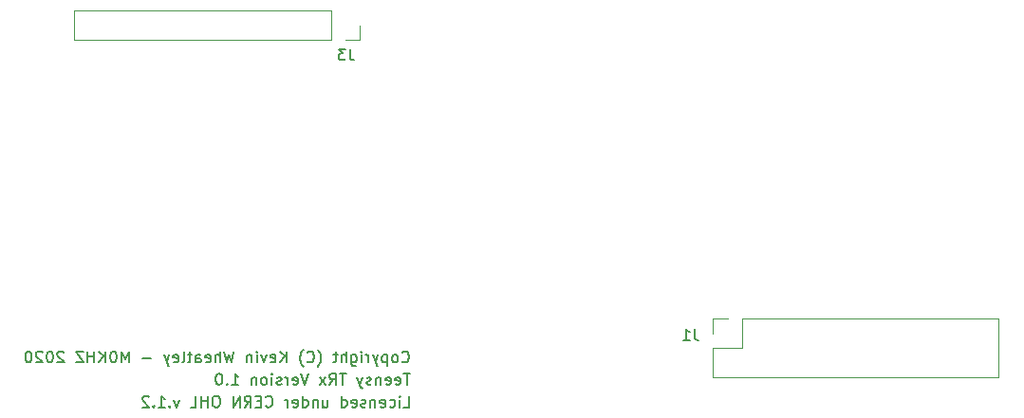
<source format=gbo>
G04 #@! TF.GenerationSoftware,KiCad,Pcbnew,(5.1.4-0)*
G04 #@! TF.CreationDate,2019-11-11T14:35:41+00:00*
G04 #@! TF.ProjectId,2M_DRA818V_Transceiver_tft_encoder,324d5f44-5241-4383-9138-565f5472616e,rev?*
G04 #@! TF.SameCoordinates,Original*
G04 #@! TF.FileFunction,Legend,Bot*
G04 #@! TF.FilePolarity,Positive*
%FSLAX46Y46*%
G04 Gerber Fmt 4.6, Leading zero omitted, Abs format (unit mm)*
G04 Created by KiCad (PCBNEW (5.1.4-0)) date 2019-11-11 14:35:41*
%MOMM*%
%LPD*%
G04 APERTURE LIST*
%ADD10C,0.150000*%
%ADD11C,0.120000*%
G04 APERTURE END LIST*
D10*
X85130952Y-148952380D02*
X85607142Y-148952380D01*
X85607142Y-147952380D01*
X84797619Y-148952380D02*
X84797619Y-148285714D01*
X84797619Y-147952380D02*
X84845238Y-148000000D01*
X84797619Y-148047619D01*
X84750000Y-148000000D01*
X84797619Y-147952380D01*
X84797619Y-148047619D01*
X83892857Y-148904761D02*
X83988095Y-148952380D01*
X84178571Y-148952380D01*
X84273809Y-148904761D01*
X84321428Y-148857142D01*
X84369047Y-148761904D01*
X84369047Y-148476190D01*
X84321428Y-148380952D01*
X84273809Y-148333333D01*
X84178571Y-148285714D01*
X83988095Y-148285714D01*
X83892857Y-148333333D01*
X83083333Y-148904761D02*
X83178571Y-148952380D01*
X83369047Y-148952380D01*
X83464285Y-148904761D01*
X83511904Y-148809523D01*
X83511904Y-148428571D01*
X83464285Y-148333333D01*
X83369047Y-148285714D01*
X83178571Y-148285714D01*
X83083333Y-148333333D01*
X83035714Y-148428571D01*
X83035714Y-148523809D01*
X83511904Y-148619047D01*
X82607142Y-148285714D02*
X82607142Y-148952380D01*
X82607142Y-148380952D02*
X82559523Y-148333333D01*
X82464285Y-148285714D01*
X82321428Y-148285714D01*
X82226190Y-148333333D01*
X82178571Y-148428571D01*
X82178571Y-148952380D01*
X81750000Y-148904761D02*
X81654761Y-148952380D01*
X81464285Y-148952380D01*
X81369047Y-148904761D01*
X81321428Y-148809523D01*
X81321428Y-148761904D01*
X81369047Y-148666666D01*
X81464285Y-148619047D01*
X81607142Y-148619047D01*
X81702380Y-148571428D01*
X81750000Y-148476190D01*
X81750000Y-148428571D01*
X81702380Y-148333333D01*
X81607142Y-148285714D01*
X81464285Y-148285714D01*
X81369047Y-148333333D01*
X80511904Y-148904761D02*
X80607142Y-148952380D01*
X80797619Y-148952380D01*
X80892857Y-148904761D01*
X80940476Y-148809523D01*
X80940476Y-148428571D01*
X80892857Y-148333333D01*
X80797619Y-148285714D01*
X80607142Y-148285714D01*
X80511904Y-148333333D01*
X80464285Y-148428571D01*
X80464285Y-148523809D01*
X80940476Y-148619047D01*
X79607142Y-148952380D02*
X79607142Y-147952380D01*
X79607142Y-148904761D02*
X79702380Y-148952380D01*
X79892857Y-148952380D01*
X79988095Y-148904761D01*
X80035714Y-148857142D01*
X80083333Y-148761904D01*
X80083333Y-148476190D01*
X80035714Y-148380952D01*
X79988095Y-148333333D01*
X79892857Y-148285714D01*
X79702380Y-148285714D01*
X79607142Y-148333333D01*
X77940476Y-148285714D02*
X77940476Y-148952380D01*
X78369047Y-148285714D02*
X78369047Y-148809523D01*
X78321428Y-148904761D01*
X78226190Y-148952380D01*
X78083333Y-148952380D01*
X77988095Y-148904761D01*
X77940476Y-148857142D01*
X77464285Y-148285714D02*
X77464285Y-148952380D01*
X77464285Y-148380952D02*
X77416666Y-148333333D01*
X77321428Y-148285714D01*
X77178571Y-148285714D01*
X77083333Y-148333333D01*
X77035714Y-148428571D01*
X77035714Y-148952380D01*
X76130952Y-148952380D02*
X76130952Y-147952380D01*
X76130952Y-148904761D02*
X76226190Y-148952380D01*
X76416666Y-148952380D01*
X76511904Y-148904761D01*
X76559523Y-148857142D01*
X76607142Y-148761904D01*
X76607142Y-148476190D01*
X76559523Y-148380952D01*
X76511904Y-148333333D01*
X76416666Y-148285714D01*
X76226190Y-148285714D01*
X76130952Y-148333333D01*
X75273809Y-148904761D02*
X75369047Y-148952380D01*
X75559523Y-148952380D01*
X75654761Y-148904761D01*
X75702380Y-148809523D01*
X75702380Y-148428571D01*
X75654761Y-148333333D01*
X75559523Y-148285714D01*
X75369047Y-148285714D01*
X75273809Y-148333333D01*
X75226190Y-148428571D01*
X75226190Y-148523809D01*
X75702380Y-148619047D01*
X74797619Y-148952380D02*
X74797619Y-148285714D01*
X74797619Y-148476190D02*
X74750000Y-148380952D01*
X74702380Y-148333333D01*
X74607142Y-148285714D01*
X74511904Y-148285714D01*
X72845238Y-148857142D02*
X72892857Y-148904761D01*
X73035714Y-148952380D01*
X73130952Y-148952380D01*
X73273809Y-148904761D01*
X73369047Y-148809523D01*
X73416666Y-148714285D01*
X73464285Y-148523809D01*
X73464285Y-148380952D01*
X73416666Y-148190476D01*
X73369047Y-148095238D01*
X73273809Y-148000000D01*
X73130952Y-147952380D01*
X73035714Y-147952380D01*
X72892857Y-148000000D01*
X72845238Y-148047619D01*
X72416666Y-148428571D02*
X72083333Y-148428571D01*
X71940476Y-148952380D02*
X72416666Y-148952380D01*
X72416666Y-147952380D01*
X71940476Y-147952380D01*
X70940476Y-148952380D02*
X71273809Y-148476190D01*
X71511904Y-148952380D02*
X71511904Y-147952380D01*
X71130952Y-147952380D01*
X71035714Y-148000000D01*
X70988095Y-148047619D01*
X70940476Y-148142857D01*
X70940476Y-148285714D01*
X70988095Y-148380952D01*
X71035714Y-148428571D01*
X71130952Y-148476190D01*
X71511904Y-148476190D01*
X70511904Y-148952380D02*
X70511904Y-147952380D01*
X69940476Y-148952380D01*
X69940476Y-147952380D01*
X68511904Y-147952380D02*
X68321428Y-147952380D01*
X68226190Y-148000000D01*
X68130952Y-148095238D01*
X68083333Y-148285714D01*
X68083333Y-148619047D01*
X68130952Y-148809523D01*
X68226190Y-148904761D01*
X68321428Y-148952380D01*
X68511904Y-148952380D01*
X68607142Y-148904761D01*
X68702380Y-148809523D01*
X68750000Y-148619047D01*
X68750000Y-148285714D01*
X68702380Y-148095238D01*
X68607142Y-148000000D01*
X68511904Y-147952380D01*
X67654761Y-148952380D02*
X67654761Y-147952380D01*
X67654761Y-148428571D02*
X67083333Y-148428571D01*
X67083333Y-148952380D02*
X67083333Y-147952380D01*
X66130952Y-148952380D02*
X66607142Y-148952380D01*
X66607142Y-147952380D01*
X65130952Y-148285714D02*
X64892857Y-148952380D01*
X64654761Y-148285714D01*
X64273809Y-148857142D02*
X64226190Y-148904761D01*
X64273809Y-148952380D01*
X64321428Y-148904761D01*
X64273809Y-148857142D01*
X64273809Y-148952380D01*
X63273809Y-148952380D02*
X63845238Y-148952380D01*
X63559523Y-148952380D02*
X63559523Y-147952380D01*
X63654761Y-148095238D01*
X63750000Y-148190476D01*
X63845238Y-148238095D01*
X62845238Y-148857142D02*
X62797619Y-148904761D01*
X62845238Y-148952380D01*
X62892857Y-148904761D01*
X62845238Y-148857142D01*
X62845238Y-148952380D01*
X62416666Y-148047619D02*
X62369047Y-148000000D01*
X62273809Y-147952380D01*
X62035714Y-147952380D01*
X61940476Y-148000000D01*
X61892857Y-148047619D01*
X61845238Y-148142857D01*
X61845238Y-148238095D01*
X61892857Y-148380952D01*
X62464285Y-148952380D01*
X61845238Y-148952380D01*
X85714285Y-145952380D02*
X85142857Y-145952380D01*
X85428571Y-146952380D02*
X85428571Y-145952380D01*
X84428571Y-146904761D02*
X84523809Y-146952380D01*
X84714285Y-146952380D01*
X84809523Y-146904761D01*
X84857142Y-146809523D01*
X84857142Y-146428571D01*
X84809523Y-146333333D01*
X84714285Y-146285714D01*
X84523809Y-146285714D01*
X84428571Y-146333333D01*
X84380952Y-146428571D01*
X84380952Y-146523809D01*
X84857142Y-146619047D01*
X83571428Y-146904761D02*
X83666666Y-146952380D01*
X83857142Y-146952380D01*
X83952380Y-146904761D01*
X84000000Y-146809523D01*
X84000000Y-146428571D01*
X83952380Y-146333333D01*
X83857142Y-146285714D01*
X83666666Y-146285714D01*
X83571428Y-146333333D01*
X83523809Y-146428571D01*
X83523809Y-146523809D01*
X84000000Y-146619047D01*
X83095238Y-146285714D02*
X83095238Y-146952380D01*
X83095238Y-146380952D02*
X83047619Y-146333333D01*
X82952380Y-146285714D01*
X82809523Y-146285714D01*
X82714285Y-146333333D01*
X82666666Y-146428571D01*
X82666666Y-146952380D01*
X82238095Y-146904761D02*
X82142857Y-146952380D01*
X81952380Y-146952380D01*
X81857142Y-146904761D01*
X81809523Y-146809523D01*
X81809523Y-146761904D01*
X81857142Y-146666666D01*
X81952380Y-146619047D01*
X82095238Y-146619047D01*
X82190476Y-146571428D01*
X82238095Y-146476190D01*
X82238095Y-146428571D01*
X82190476Y-146333333D01*
X82095238Y-146285714D01*
X81952380Y-146285714D01*
X81857142Y-146333333D01*
X81476190Y-146285714D02*
X81238095Y-146952380D01*
X81000000Y-146285714D02*
X81238095Y-146952380D01*
X81333333Y-147190476D01*
X81380952Y-147238095D01*
X81476190Y-147285714D01*
X80000000Y-145952380D02*
X79428571Y-145952380D01*
X79714285Y-146952380D02*
X79714285Y-145952380D01*
X78523809Y-146952380D02*
X78857142Y-146476190D01*
X79095238Y-146952380D02*
X79095238Y-145952380D01*
X78714285Y-145952380D01*
X78619047Y-146000000D01*
X78571428Y-146047619D01*
X78523809Y-146142857D01*
X78523809Y-146285714D01*
X78571428Y-146380952D01*
X78619047Y-146428571D01*
X78714285Y-146476190D01*
X79095238Y-146476190D01*
X78190476Y-146952380D02*
X77666666Y-146285714D01*
X78190476Y-146285714D02*
X77666666Y-146952380D01*
X76666666Y-145952380D02*
X76333333Y-146952380D01*
X76000000Y-145952380D01*
X75285714Y-146904761D02*
X75380952Y-146952380D01*
X75571428Y-146952380D01*
X75666666Y-146904761D01*
X75714285Y-146809523D01*
X75714285Y-146428571D01*
X75666666Y-146333333D01*
X75571428Y-146285714D01*
X75380952Y-146285714D01*
X75285714Y-146333333D01*
X75238095Y-146428571D01*
X75238095Y-146523809D01*
X75714285Y-146619047D01*
X74809523Y-146952380D02*
X74809523Y-146285714D01*
X74809523Y-146476190D02*
X74761904Y-146380952D01*
X74714285Y-146333333D01*
X74619047Y-146285714D01*
X74523809Y-146285714D01*
X74238095Y-146904761D02*
X74142857Y-146952380D01*
X73952380Y-146952380D01*
X73857142Y-146904761D01*
X73809523Y-146809523D01*
X73809523Y-146761904D01*
X73857142Y-146666666D01*
X73952380Y-146619047D01*
X74095238Y-146619047D01*
X74190476Y-146571428D01*
X74238095Y-146476190D01*
X74238095Y-146428571D01*
X74190476Y-146333333D01*
X74095238Y-146285714D01*
X73952380Y-146285714D01*
X73857142Y-146333333D01*
X73380952Y-146952380D02*
X73380952Y-146285714D01*
X73380952Y-145952380D02*
X73428571Y-146000000D01*
X73380952Y-146047619D01*
X73333333Y-146000000D01*
X73380952Y-145952380D01*
X73380952Y-146047619D01*
X72761904Y-146952380D02*
X72857142Y-146904761D01*
X72904761Y-146857142D01*
X72952380Y-146761904D01*
X72952380Y-146476190D01*
X72904761Y-146380952D01*
X72857142Y-146333333D01*
X72761904Y-146285714D01*
X72619047Y-146285714D01*
X72523809Y-146333333D01*
X72476190Y-146380952D01*
X72428571Y-146476190D01*
X72428571Y-146761904D01*
X72476190Y-146857142D01*
X72523809Y-146904761D01*
X72619047Y-146952380D01*
X72761904Y-146952380D01*
X72000000Y-146285714D02*
X72000000Y-146952380D01*
X72000000Y-146380952D02*
X71952380Y-146333333D01*
X71857142Y-146285714D01*
X71714285Y-146285714D01*
X71619047Y-146333333D01*
X71571428Y-146428571D01*
X71571428Y-146952380D01*
X69809523Y-146952380D02*
X70380952Y-146952380D01*
X70095238Y-146952380D02*
X70095238Y-145952380D01*
X70190476Y-146095238D01*
X70285714Y-146190476D01*
X70380952Y-146238095D01*
X69380952Y-146857142D02*
X69333333Y-146904761D01*
X69380952Y-146952380D01*
X69428571Y-146904761D01*
X69380952Y-146857142D01*
X69380952Y-146952380D01*
X68714285Y-145952380D02*
X68619047Y-145952380D01*
X68523809Y-146000000D01*
X68476190Y-146047619D01*
X68428571Y-146142857D01*
X68380952Y-146333333D01*
X68380952Y-146571428D01*
X68428571Y-146761904D01*
X68476190Y-146857142D01*
X68523809Y-146904761D01*
X68619047Y-146952380D01*
X68714285Y-146952380D01*
X68809523Y-146904761D01*
X68857142Y-146857142D01*
X68904761Y-146761904D01*
X68952380Y-146571428D01*
X68952380Y-146333333D01*
X68904761Y-146142857D01*
X68857142Y-146047619D01*
X68809523Y-146000000D01*
X68714285Y-145952380D01*
X85000000Y-144857142D02*
X85047619Y-144904761D01*
X85190476Y-144952380D01*
X85285714Y-144952380D01*
X85428571Y-144904761D01*
X85523809Y-144809523D01*
X85571428Y-144714285D01*
X85619047Y-144523809D01*
X85619047Y-144380952D01*
X85571428Y-144190476D01*
X85523809Y-144095238D01*
X85428571Y-144000000D01*
X85285714Y-143952380D01*
X85190476Y-143952380D01*
X85047619Y-144000000D01*
X85000000Y-144047619D01*
X84428571Y-144952380D02*
X84523809Y-144904761D01*
X84571428Y-144857142D01*
X84619047Y-144761904D01*
X84619047Y-144476190D01*
X84571428Y-144380952D01*
X84523809Y-144333333D01*
X84428571Y-144285714D01*
X84285714Y-144285714D01*
X84190476Y-144333333D01*
X84142857Y-144380952D01*
X84095238Y-144476190D01*
X84095238Y-144761904D01*
X84142857Y-144857142D01*
X84190476Y-144904761D01*
X84285714Y-144952380D01*
X84428571Y-144952380D01*
X83666666Y-144285714D02*
X83666666Y-145285714D01*
X83666666Y-144333333D02*
X83571428Y-144285714D01*
X83380952Y-144285714D01*
X83285714Y-144333333D01*
X83238095Y-144380952D01*
X83190476Y-144476190D01*
X83190476Y-144761904D01*
X83238095Y-144857142D01*
X83285714Y-144904761D01*
X83380952Y-144952380D01*
X83571428Y-144952380D01*
X83666666Y-144904761D01*
X82857142Y-144285714D02*
X82619047Y-144952380D01*
X82380952Y-144285714D02*
X82619047Y-144952380D01*
X82714285Y-145190476D01*
X82761904Y-145238095D01*
X82857142Y-145285714D01*
X82000000Y-144952380D02*
X82000000Y-144285714D01*
X82000000Y-144476190D02*
X81952380Y-144380952D01*
X81904761Y-144333333D01*
X81809523Y-144285714D01*
X81714285Y-144285714D01*
X81380952Y-144952380D02*
X81380952Y-144285714D01*
X81380952Y-143952380D02*
X81428571Y-144000000D01*
X81380952Y-144047619D01*
X81333333Y-144000000D01*
X81380952Y-143952380D01*
X81380952Y-144047619D01*
X80476190Y-144285714D02*
X80476190Y-145095238D01*
X80523809Y-145190476D01*
X80571428Y-145238095D01*
X80666666Y-145285714D01*
X80809523Y-145285714D01*
X80904761Y-145238095D01*
X80476190Y-144904761D02*
X80571428Y-144952380D01*
X80761904Y-144952380D01*
X80857142Y-144904761D01*
X80904761Y-144857142D01*
X80952380Y-144761904D01*
X80952380Y-144476190D01*
X80904761Y-144380952D01*
X80857142Y-144333333D01*
X80761904Y-144285714D01*
X80571428Y-144285714D01*
X80476190Y-144333333D01*
X80000000Y-144952380D02*
X80000000Y-143952380D01*
X79571428Y-144952380D02*
X79571428Y-144428571D01*
X79619047Y-144333333D01*
X79714285Y-144285714D01*
X79857142Y-144285714D01*
X79952380Y-144333333D01*
X80000000Y-144380952D01*
X79238095Y-144285714D02*
X78857142Y-144285714D01*
X79095238Y-143952380D02*
X79095238Y-144809523D01*
X79047619Y-144904761D01*
X78952380Y-144952380D01*
X78857142Y-144952380D01*
X77476190Y-145333333D02*
X77523809Y-145285714D01*
X77619047Y-145142857D01*
X77666666Y-145047619D01*
X77714285Y-144904761D01*
X77761904Y-144666666D01*
X77761904Y-144476190D01*
X77714285Y-144238095D01*
X77666666Y-144095238D01*
X77619047Y-144000000D01*
X77523809Y-143857142D01*
X77476190Y-143809523D01*
X76523809Y-144857142D02*
X76571428Y-144904761D01*
X76714285Y-144952380D01*
X76809523Y-144952380D01*
X76952380Y-144904761D01*
X77047619Y-144809523D01*
X77095238Y-144714285D01*
X77142857Y-144523809D01*
X77142857Y-144380952D01*
X77095238Y-144190476D01*
X77047619Y-144095238D01*
X76952380Y-144000000D01*
X76809523Y-143952380D01*
X76714285Y-143952380D01*
X76571428Y-144000000D01*
X76523809Y-144047619D01*
X76190476Y-145333333D02*
X76142857Y-145285714D01*
X76047619Y-145142857D01*
X76000000Y-145047619D01*
X75952380Y-144904761D01*
X75904761Y-144666666D01*
X75904761Y-144476190D01*
X75952380Y-144238095D01*
X76000000Y-144095238D01*
X76047619Y-144000000D01*
X76142857Y-143857142D01*
X76190476Y-143809523D01*
X74666666Y-144952380D02*
X74666666Y-143952380D01*
X74095238Y-144952380D02*
X74523809Y-144380952D01*
X74095238Y-143952380D02*
X74666666Y-144523809D01*
X73285714Y-144904761D02*
X73380952Y-144952380D01*
X73571428Y-144952380D01*
X73666666Y-144904761D01*
X73714285Y-144809523D01*
X73714285Y-144428571D01*
X73666666Y-144333333D01*
X73571428Y-144285714D01*
X73380952Y-144285714D01*
X73285714Y-144333333D01*
X73238095Y-144428571D01*
X73238095Y-144523809D01*
X73714285Y-144619047D01*
X72904761Y-144285714D02*
X72666666Y-144952380D01*
X72428571Y-144285714D01*
X72047619Y-144952380D02*
X72047619Y-144285714D01*
X72047619Y-143952380D02*
X72095238Y-144000000D01*
X72047619Y-144047619D01*
X72000000Y-144000000D01*
X72047619Y-143952380D01*
X72047619Y-144047619D01*
X71571428Y-144285714D02*
X71571428Y-144952380D01*
X71571428Y-144380952D02*
X71523809Y-144333333D01*
X71428571Y-144285714D01*
X71285714Y-144285714D01*
X71190476Y-144333333D01*
X71142857Y-144428571D01*
X71142857Y-144952380D01*
X70000000Y-143952380D02*
X69761904Y-144952380D01*
X69571428Y-144238095D01*
X69380952Y-144952380D01*
X69142857Y-143952380D01*
X68761904Y-144952380D02*
X68761904Y-143952380D01*
X68333333Y-144952380D02*
X68333333Y-144428571D01*
X68380952Y-144333333D01*
X68476190Y-144285714D01*
X68619047Y-144285714D01*
X68714285Y-144333333D01*
X68761904Y-144380952D01*
X67476190Y-144904761D02*
X67571428Y-144952380D01*
X67761904Y-144952380D01*
X67857142Y-144904761D01*
X67904761Y-144809523D01*
X67904761Y-144428571D01*
X67857142Y-144333333D01*
X67761904Y-144285714D01*
X67571428Y-144285714D01*
X67476190Y-144333333D01*
X67428571Y-144428571D01*
X67428571Y-144523809D01*
X67904761Y-144619047D01*
X66571428Y-144952380D02*
X66571428Y-144428571D01*
X66619047Y-144333333D01*
X66714285Y-144285714D01*
X66904761Y-144285714D01*
X67000000Y-144333333D01*
X66571428Y-144904761D02*
X66666666Y-144952380D01*
X66904761Y-144952380D01*
X67000000Y-144904761D01*
X67047619Y-144809523D01*
X67047619Y-144714285D01*
X67000000Y-144619047D01*
X66904761Y-144571428D01*
X66666666Y-144571428D01*
X66571428Y-144523809D01*
X66238095Y-144285714D02*
X65857142Y-144285714D01*
X66095238Y-143952380D02*
X66095238Y-144809523D01*
X66047619Y-144904761D01*
X65952380Y-144952380D01*
X65857142Y-144952380D01*
X65380952Y-144952380D02*
X65476190Y-144904761D01*
X65523809Y-144809523D01*
X65523809Y-143952380D01*
X64619047Y-144904761D02*
X64714285Y-144952380D01*
X64904761Y-144952380D01*
X65000000Y-144904761D01*
X65047619Y-144809523D01*
X65047619Y-144428571D01*
X65000000Y-144333333D01*
X64904761Y-144285714D01*
X64714285Y-144285714D01*
X64619047Y-144333333D01*
X64571428Y-144428571D01*
X64571428Y-144523809D01*
X65047619Y-144619047D01*
X64238095Y-144285714D02*
X64000000Y-144952380D01*
X63761904Y-144285714D02*
X64000000Y-144952380D01*
X64095238Y-145190476D01*
X64142857Y-145238095D01*
X64238095Y-145285714D01*
X62619047Y-144571428D02*
X61857142Y-144571428D01*
X60619047Y-144952380D02*
X60619047Y-143952380D01*
X60285714Y-144666666D01*
X59952380Y-143952380D01*
X59952380Y-144952380D01*
X59285714Y-143952380D02*
X59190476Y-143952380D01*
X59095238Y-144000000D01*
X59047619Y-144047619D01*
X59000000Y-144142857D01*
X58952380Y-144333333D01*
X58952380Y-144571428D01*
X59000000Y-144761904D01*
X59047619Y-144857142D01*
X59095238Y-144904761D01*
X59190476Y-144952380D01*
X59285714Y-144952380D01*
X59380952Y-144904761D01*
X59428571Y-144857142D01*
X59476190Y-144761904D01*
X59523809Y-144571428D01*
X59523809Y-144333333D01*
X59476190Y-144142857D01*
X59428571Y-144047619D01*
X59380952Y-144000000D01*
X59285714Y-143952380D01*
X58523809Y-144952380D02*
X58523809Y-143952380D01*
X57952380Y-144952380D02*
X58380952Y-144380952D01*
X57952380Y-143952380D02*
X58523809Y-144523809D01*
X57523809Y-144952380D02*
X57523809Y-143952380D01*
X57523809Y-144428571D02*
X56952380Y-144428571D01*
X56952380Y-144952380D02*
X56952380Y-143952380D01*
X56571428Y-143952380D02*
X55904761Y-143952380D01*
X56571428Y-144952380D01*
X55904761Y-144952380D01*
X54809523Y-144047619D02*
X54761904Y-144000000D01*
X54666666Y-143952380D01*
X54428571Y-143952380D01*
X54333333Y-144000000D01*
X54285714Y-144047619D01*
X54238095Y-144142857D01*
X54238095Y-144238095D01*
X54285714Y-144380952D01*
X54857142Y-144952380D01*
X54238095Y-144952380D01*
X53619047Y-143952380D02*
X53523809Y-143952380D01*
X53428571Y-144000000D01*
X53380952Y-144047619D01*
X53333333Y-144142857D01*
X53285714Y-144333333D01*
X53285714Y-144571428D01*
X53333333Y-144761904D01*
X53380952Y-144857142D01*
X53428571Y-144904761D01*
X53523809Y-144952380D01*
X53619047Y-144952380D01*
X53714285Y-144904761D01*
X53761904Y-144857142D01*
X53809523Y-144761904D01*
X53857142Y-144571428D01*
X53857142Y-144333333D01*
X53809523Y-144142857D01*
X53761904Y-144047619D01*
X53714285Y-144000000D01*
X53619047Y-143952380D01*
X52904761Y-144047619D02*
X52857142Y-144000000D01*
X52761904Y-143952380D01*
X52523809Y-143952380D01*
X52428571Y-144000000D01*
X52380952Y-144047619D01*
X52333333Y-144142857D01*
X52333333Y-144238095D01*
X52380952Y-144380952D01*
X52952380Y-144952380D01*
X52333333Y-144952380D01*
X51714285Y-143952380D02*
X51619047Y-143952380D01*
X51523809Y-144000000D01*
X51476190Y-144047619D01*
X51428571Y-144142857D01*
X51380952Y-144333333D01*
X51380952Y-144571428D01*
X51428571Y-144761904D01*
X51476190Y-144857142D01*
X51523809Y-144904761D01*
X51619047Y-144952380D01*
X51714285Y-144952380D01*
X51809523Y-144904761D01*
X51857142Y-144857142D01*
X51904761Y-144761904D01*
X51952380Y-144571428D01*
X51952380Y-144333333D01*
X51904761Y-144142857D01*
X51857142Y-144047619D01*
X51809523Y-144000000D01*
X51714285Y-143952380D01*
D11*
X138236000Y-141037000D02*
X138236000Y-146237000D01*
X115316000Y-141037000D02*
X138236000Y-141037000D01*
X112716000Y-146237000D02*
X138236000Y-146237000D01*
X115316000Y-141037000D02*
X115316000Y-143637000D01*
X115316000Y-143637000D02*
X112716000Y-143637000D01*
X112716000Y-143637000D02*
X112716000Y-146237000D01*
X114046000Y-141037000D02*
X112716000Y-141037000D01*
X112716000Y-141037000D02*
X112716000Y-142367000D01*
X55731100Y-116163400D02*
X55731100Y-113503400D01*
X78651100Y-116163400D02*
X55731100Y-116163400D01*
X78651100Y-113503400D02*
X55731100Y-113503400D01*
X78651100Y-116163400D02*
X78651100Y-113503400D01*
X79921100Y-116163400D02*
X81251100Y-116163400D01*
X81251100Y-116163400D02*
X81251100Y-114833400D01*
D10*
X111083333Y-141952380D02*
X111083333Y-142666666D01*
X111130952Y-142809523D01*
X111226190Y-142904761D01*
X111369047Y-142952380D01*
X111464285Y-142952380D01*
X110083333Y-142952380D02*
X110654761Y-142952380D01*
X110369047Y-142952380D02*
X110369047Y-141952380D01*
X110464285Y-142095238D01*
X110559523Y-142190476D01*
X110654761Y-142238095D01*
X80333333Y-116952380D02*
X80333333Y-117666666D01*
X80380952Y-117809523D01*
X80476190Y-117904761D01*
X80619047Y-117952380D01*
X80714285Y-117952380D01*
X79952380Y-116952380D02*
X79333333Y-116952380D01*
X79666666Y-117333333D01*
X79523809Y-117333333D01*
X79428571Y-117380952D01*
X79380952Y-117428571D01*
X79333333Y-117523809D01*
X79333333Y-117761904D01*
X79380952Y-117857142D01*
X79428571Y-117904761D01*
X79523809Y-117952380D01*
X79809523Y-117952380D01*
X79904761Y-117904761D01*
X79952380Y-117857142D01*
M02*

</source>
